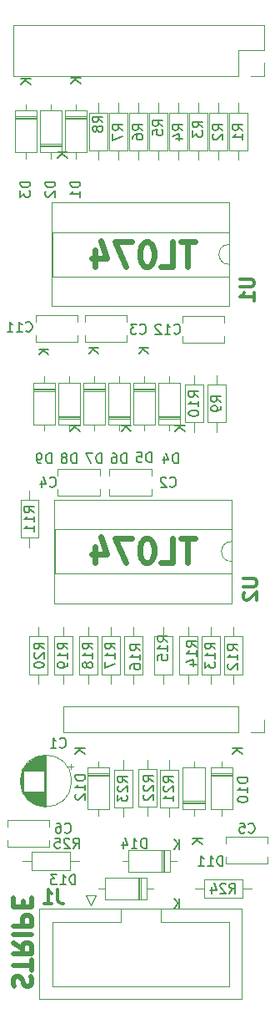
<source format=gbo>
%TF.GenerationSoftware,KiCad,Pcbnew,(6.0.1)*%
%TF.CreationDate,2022-10-31T21:26:11-04:00*%
%TF.ProjectId,ER-VCF-01-DB,45522d56-4346-42d3-9031-2d44422e6b69,rev?*%
%TF.SameCoordinates,Original*%
%TF.FileFunction,Legend,Bot*%
%TF.FilePolarity,Positive*%
%FSLAX46Y46*%
G04 Gerber Fmt 4.6, Leading zero omitted, Abs format (unit mm)*
G04 Created by KiCad (PCBNEW (6.0.1)) date 2022-10-31 21:26:11*
%MOMM*%
%LPD*%
G01*
G04 APERTURE LIST*
%ADD10C,0.625000*%
%ADD11C,0.476250*%
%ADD12C,0.150000*%
%ADD13C,0.304800*%
%ADD14C,0.330200*%
%ADD15C,0.120000*%
G04 APERTURE END LIST*
D10*
X55797620Y-55130941D02*
X54369048Y-55130941D01*
X55083334Y-57630941D02*
X55083334Y-55130941D01*
X52345239Y-57630941D02*
X53535715Y-57630941D01*
X53535715Y-55130941D01*
X51035715Y-55130941D02*
X50797620Y-55130941D01*
X50559524Y-55249989D01*
X50440477Y-55369036D01*
X50321429Y-55607131D01*
X50202381Y-56083322D01*
X50202381Y-56678560D01*
X50321429Y-57154750D01*
X50440477Y-57392846D01*
X50559524Y-57511893D01*
X50797620Y-57630941D01*
X51035715Y-57630941D01*
X51273810Y-57511893D01*
X51392858Y-57392846D01*
X51511905Y-57154750D01*
X51630953Y-56678560D01*
X51630953Y-56083322D01*
X51511905Y-55607131D01*
X51392858Y-55369036D01*
X51273810Y-55249989D01*
X51035715Y-55130941D01*
X49369048Y-55130941D02*
X47702381Y-55130941D01*
X48773810Y-57630941D01*
X45678572Y-55964274D02*
X45678572Y-57630941D01*
X46273810Y-55011893D02*
X46869048Y-56797608D01*
X45321429Y-56797608D01*
X55797619Y-85130952D02*
X54369047Y-85130952D01*
X55083333Y-87630952D02*
X55083333Y-85130952D01*
X52345238Y-87630952D02*
X53535714Y-87630952D01*
X53535714Y-85130952D01*
X51035714Y-85130952D02*
X50797619Y-85130952D01*
X50559523Y-85250000D01*
X50440476Y-85369047D01*
X50321428Y-85607142D01*
X50202380Y-86083333D01*
X50202380Y-86678571D01*
X50321428Y-87154761D01*
X50440476Y-87392857D01*
X50559523Y-87511904D01*
X50797619Y-87630952D01*
X51035714Y-87630952D01*
X51273809Y-87511904D01*
X51392857Y-87392857D01*
X51511904Y-87154761D01*
X51630952Y-86678571D01*
X51630952Y-86083333D01*
X51511904Y-85607142D01*
X51392857Y-85369047D01*
X51273809Y-85250000D01*
X51035714Y-85130952D01*
X49369047Y-85130952D02*
X47702380Y-85130952D01*
X48773809Y-87630952D01*
X45678571Y-85964285D02*
X45678571Y-87630952D01*
X46273809Y-85011904D02*
X46869047Y-86797619D01*
X45321428Y-86797619D01*
D11*
X37430528Y-130575957D02*
X37339814Y-130303814D01*
X37339814Y-129850242D01*
X37430528Y-129668814D01*
X37521242Y-129578100D01*
X37702671Y-129487385D01*
X37884100Y-129487385D01*
X38065528Y-129578100D01*
X38156242Y-129668814D01*
X38246957Y-129850242D01*
X38337671Y-130213100D01*
X38428385Y-130394528D01*
X38519100Y-130485242D01*
X38700528Y-130575957D01*
X38881957Y-130575957D01*
X39063385Y-130485242D01*
X39154100Y-130394528D01*
X39244814Y-130213100D01*
X39244814Y-129759528D01*
X39154100Y-129487385D01*
X39244814Y-128943100D02*
X39244814Y-127854528D01*
X37339814Y-128398814D02*
X39244814Y-128398814D01*
X37339814Y-126130957D02*
X38246957Y-126765957D01*
X37339814Y-127219528D02*
X39244814Y-127219528D01*
X39244814Y-126493814D01*
X39154100Y-126312385D01*
X39063385Y-126221671D01*
X38881957Y-126130957D01*
X38609814Y-126130957D01*
X38428385Y-126221671D01*
X38337671Y-126312385D01*
X38246957Y-126493814D01*
X38246957Y-127219528D01*
X37339814Y-125314528D02*
X39244814Y-125314528D01*
X37339814Y-124407385D02*
X39244814Y-124407385D01*
X39244814Y-123681671D01*
X39154100Y-123500242D01*
X39063385Y-123409528D01*
X38881957Y-123318814D01*
X38609814Y-123318814D01*
X38428385Y-123409528D01*
X38337671Y-123500242D01*
X38246957Y-123681671D01*
X38246957Y-124407385D01*
X38337671Y-122502385D02*
X38337671Y-121867385D01*
X37339814Y-121595242D02*
X37339814Y-122502385D01*
X39244814Y-122502385D01*
X39244814Y-121595242D01*
D12*
%TO.C,R25*%
X43441857Y-116530380D02*
X43775190Y-116054190D01*
X44013285Y-116530380D02*
X44013285Y-115530380D01*
X43632333Y-115530380D01*
X43537095Y-115578000D01*
X43489476Y-115625619D01*
X43441857Y-115720857D01*
X43441857Y-115863714D01*
X43489476Y-115958952D01*
X43537095Y-116006571D01*
X43632333Y-116054190D01*
X44013285Y-116054190D01*
X43060904Y-115625619D02*
X43013285Y-115578000D01*
X42918047Y-115530380D01*
X42679952Y-115530380D01*
X42584714Y-115578000D01*
X42537095Y-115625619D01*
X42489476Y-115720857D01*
X42489476Y-115816095D01*
X42537095Y-115958952D01*
X43108523Y-116530380D01*
X42489476Y-116530380D01*
X41584714Y-115530380D02*
X42060904Y-115530380D01*
X42108523Y-116006571D01*
X42060904Y-115958952D01*
X41965666Y-115911333D01*
X41727571Y-115911333D01*
X41632333Y-115958952D01*
X41584714Y-116006571D01*
X41537095Y-116101809D01*
X41537095Y-116339904D01*
X41584714Y-116435142D01*
X41632333Y-116482761D01*
X41727571Y-116530380D01*
X41965666Y-116530380D01*
X42060904Y-116482761D01*
X42108523Y-116435142D01*
%TO.C,D14*%
X50871285Y-116530380D02*
X50871285Y-115530380D01*
X50633190Y-115530380D01*
X50490333Y-115578000D01*
X50395095Y-115673238D01*
X50347476Y-115768476D01*
X50299857Y-115958952D01*
X50299857Y-116101809D01*
X50347476Y-116292285D01*
X50395095Y-116387523D01*
X50490333Y-116482761D01*
X50633190Y-116530380D01*
X50871285Y-116530380D01*
X49347476Y-116530380D02*
X49918904Y-116530380D01*
X49633190Y-116530380D02*
X49633190Y-115530380D01*
X49728428Y-115673238D01*
X49823666Y-115768476D01*
X49918904Y-115816095D01*
X48490333Y-115863714D02*
X48490333Y-116530380D01*
X48728428Y-115482761D02*
X48966523Y-116197047D01*
X48347476Y-116197047D01*
X54236904Y-116657380D02*
X54236904Y-115657380D01*
X53665476Y-116657380D02*
X54094047Y-116085952D01*
X53665476Y-115657380D02*
X54236904Y-116228809D01*
%TO.C,C6*%
X42584666Y-114911142D02*
X42632285Y-114958761D01*
X42775142Y-115006380D01*
X42870380Y-115006380D01*
X43013238Y-114958761D01*
X43108476Y-114863523D01*
X43156095Y-114768285D01*
X43203714Y-114577809D01*
X43203714Y-114434952D01*
X43156095Y-114244476D01*
X43108476Y-114149238D01*
X43013238Y-114054000D01*
X42870380Y-114006380D01*
X42775142Y-114006380D01*
X42632285Y-114054000D01*
X42584666Y-114101619D01*
X41727523Y-114006380D02*
X41918000Y-114006380D01*
X42013238Y-114054000D01*
X42060857Y-114101619D01*
X42156095Y-114244476D01*
X42203714Y-114434952D01*
X42203714Y-114815904D01*
X42156095Y-114911142D01*
X42108476Y-114958761D01*
X42013238Y-115006380D01*
X41822761Y-115006380D01*
X41727523Y-114958761D01*
X41679904Y-114911142D01*
X41632285Y-114815904D01*
X41632285Y-114577809D01*
X41679904Y-114482571D01*
X41727523Y-114434952D01*
X41822761Y-114387333D01*
X42013238Y-114387333D01*
X42108476Y-114434952D01*
X42156095Y-114482571D01*
X42203714Y-114577809D01*
%TO.C,C5*%
X61253666Y-114911142D02*
X61301285Y-114958761D01*
X61444142Y-115006380D01*
X61539380Y-115006380D01*
X61682238Y-114958761D01*
X61777476Y-114863523D01*
X61825095Y-114768285D01*
X61872714Y-114577809D01*
X61872714Y-114434952D01*
X61825095Y-114244476D01*
X61777476Y-114149238D01*
X61682238Y-114054000D01*
X61539380Y-114006380D01*
X61444142Y-114006380D01*
X61301285Y-114054000D01*
X61253666Y-114101619D01*
X60348904Y-114006380D02*
X60825095Y-114006380D01*
X60872714Y-114482571D01*
X60825095Y-114434952D01*
X60729857Y-114387333D01*
X60491761Y-114387333D01*
X60396523Y-114434952D01*
X60348904Y-114482571D01*
X60301285Y-114577809D01*
X60301285Y-114815904D01*
X60348904Y-114911142D01*
X60396523Y-114958761D01*
X60491761Y-115006380D01*
X60729857Y-115006380D01*
X60825095Y-114958761D01*
X60872714Y-114911142D01*
%TO.C,R24*%
X59316857Y-121102380D02*
X59650190Y-120626190D01*
X59888285Y-121102380D02*
X59888285Y-120102380D01*
X59507333Y-120102380D01*
X59412095Y-120150000D01*
X59364476Y-120197619D01*
X59316857Y-120292857D01*
X59316857Y-120435714D01*
X59364476Y-120530952D01*
X59412095Y-120578571D01*
X59507333Y-120626190D01*
X59888285Y-120626190D01*
X58935904Y-120197619D02*
X58888285Y-120150000D01*
X58793047Y-120102380D01*
X58554952Y-120102380D01*
X58459714Y-120150000D01*
X58412095Y-120197619D01*
X58364476Y-120292857D01*
X58364476Y-120388095D01*
X58412095Y-120530952D01*
X58983523Y-121102380D01*
X58364476Y-121102380D01*
X57507333Y-120435714D02*
X57507333Y-121102380D01*
X57745428Y-120054761D02*
X57983523Y-120769047D01*
X57364476Y-120769047D01*
%TO.C,D13*%
X43632285Y-120213380D02*
X43632285Y-119213380D01*
X43394190Y-119213380D01*
X43251333Y-119261000D01*
X43156095Y-119356238D01*
X43108476Y-119451476D01*
X43060857Y-119641952D01*
X43060857Y-119784809D01*
X43108476Y-119975285D01*
X43156095Y-120070523D01*
X43251333Y-120165761D01*
X43394190Y-120213380D01*
X43632285Y-120213380D01*
X42108476Y-120213380D02*
X42679904Y-120213380D01*
X42394190Y-120213380D02*
X42394190Y-119213380D01*
X42489428Y-119356238D01*
X42584666Y-119451476D01*
X42679904Y-119499095D01*
X41775142Y-119213380D02*
X41156095Y-119213380D01*
X41489428Y-119594333D01*
X41346571Y-119594333D01*
X41251333Y-119641952D01*
X41203714Y-119689571D01*
X41156095Y-119784809D01*
X41156095Y-120022904D01*
X41203714Y-120118142D01*
X41251333Y-120165761D01*
X41346571Y-120213380D01*
X41632285Y-120213380D01*
X41727523Y-120165761D01*
X41775142Y-120118142D01*
X54236904Y-122626380D02*
X54236904Y-121626380D01*
X53665476Y-122626380D02*
X54094047Y-122054952D01*
X53665476Y-121626380D02*
X54236904Y-122197809D01*
%TO.C,R13*%
X57856380Y-96357142D02*
X57380190Y-96023809D01*
X57856380Y-95785714D02*
X56856380Y-95785714D01*
X56856380Y-96166666D01*
X56904000Y-96261904D01*
X56951619Y-96309523D01*
X57046857Y-96357142D01*
X57189714Y-96357142D01*
X57284952Y-96309523D01*
X57332571Y-96261904D01*
X57380190Y-96166666D01*
X57380190Y-95785714D01*
X57856380Y-97309523D02*
X57856380Y-96738095D01*
X57856380Y-97023809D02*
X56856380Y-97023809D01*
X56999238Y-96928571D01*
X57094476Y-96833333D01*
X57142095Y-96738095D01*
X56856380Y-97642857D02*
X56856380Y-98261904D01*
X57237333Y-97928571D01*
X57237333Y-98071428D01*
X57284952Y-98166666D01*
X57332571Y-98214285D01*
X57427809Y-98261904D01*
X57665904Y-98261904D01*
X57761142Y-98214285D01*
X57808761Y-98166666D01*
X57856380Y-98071428D01*
X57856380Y-97785714D01*
X57808761Y-97690476D01*
X57761142Y-97642857D01*
D13*
%TO.C,J1*%
X41867666Y-120748576D02*
X41867666Y-121746433D01*
X41934190Y-121946004D01*
X42067238Y-122079052D01*
X42266809Y-122145576D01*
X42399857Y-122145576D01*
X40470666Y-122145576D02*
X41268952Y-122145576D01*
X40869809Y-122145576D02*
X40869809Y-120748576D01*
X41002857Y-120948147D01*
X41135904Y-121081195D01*
X41268952Y-121147719D01*
D12*
%TO.C,R12*%
X60142380Y-96512142D02*
X59666190Y-96178809D01*
X60142380Y-95940714D02*
X59142380Y-95940714D01*
X59142380Y-96321666D01*
X59190000Y-96416904D01*
X59237619Y-96464523D01*
X59332857Y-96512142D01*
X59475714Y-96512142D01*
X59570952Y-96464523D01*
X59618571Y-96416904D01*
X59666190Y-96321666D01*
X59666190Y-95940714D01*
X60142380Y-97464523D02*
X60142380Y-96893095D01*
X60142380Y-97178809D02*
X59142380Y-97178809D01*
X59285238Y-97083571D01*
X59380476Y-96988333D01*
X59428095Y-96893095D01*
X59237619Y-97845476D02*
X59190000Y-97893095D01*
X59142380Y-97988333D01*
X59142380Y-98226428D01*
X59190000Y-98321666D01*
X59237619Y-98369285D01*
X59332857Y-98416904D01*
X59428095Y-98416904D01*
X59570952Y-98369285D01*
X60142380Y-97797857D01*
X60142380Y-98416904D01*
%TO.C,C11*%
X38642853Y-64117151D02*
X38690472Y-64164770D01*
X38833329Y-64212389D01*
X38928567Y-64212389D01*
X39071424Y-64164770D01*
X39166662Y-64069532D01*
X39214281Y-63974294D01*
X39261900Y-63783818D01*
X39261900Y-63640961D01*
X39214281Y-63450485D01*
X39166662Y-63355247D01*
X39071424Y-63260009D01*
X38928567Y-63212389D01*
X38833329Y-63212389D01*
X38690472Y-63260009D01*
X38642853Y-63307628D01*
X37690472Y-64212389D02*
X38261900Y-64212389D01*
X37976186Y-64212389D02*
X37976186Y-63212389D01*
X38071424Y-63355247D01*
X38166662Y-63450485D01*
X38261900Y-63498104D01*
X36738091Y-64212389D02*
X37309519Y-64212389D01*
X37023805Y-64212389D02*
X37023805Y-63212389D01*
X37119043Y-63355247D01*
X37214281Y-63450485D01*
X37309519Y-63498104D01*
%TO.C,R15*%
X53030380Y-95623142D02*
X52554190Y-95289809D01*
X53030380Y-95051714D02*
X52030380Y-95051714D01*
X52030380Y-95432666D01*
X52078000Y-95527904D01*
X52125619Y-95575523D01*
X52220857Y-95623142D01*
X52363714Y-95623142D01*
X52458952Y-95575523D01*
X52506571Y-95527904D01*
X52554190Y-95432666D01*
X52554190Y-95051714D01*
X53030380Y-96575523D02*
X53030380Y-96004095D01*
X53030380Y-96289809D02*
X52030380Y-96289809D01*
X52173238Y-96194571D01*
X52268476Y-96099333D01*
X52316095Y-96004095D01*
X52030380Y-97480285D02*
X52030380Y-97004095D01*
X52506571Y-96956476D01*
X52458952Y-97004095D01*
X52411333Y-97099333D01*
X52411333Y-97337428D01*
X52458952Y-97432666D01*
X52506571Y-97480285D01*
X52601809Y-97527904D01*
X52839904Y-97527904D01*
X52935142Y-97480285D01*
X52982761Y-97432666D01*
X53030380Y-97337428D01*
X53030380Y-97099333D01*
X52982761Y-97004095D01*
X52935142Y-96956476D01*
%TO.C,D1*%
X44140380Y-49045904D02*
X43140380Y-49045904D01*
X43140380Y-49284000D01*
X43188000Y-49426857D01*
X43283238Y-49522095D01*
X43378476Y-49569714D01*
X43568952Y-49617333D01*
X43711809Y-49617333D01*
X43902285Y-49569714D01*
X43997523Y-49522095D01*
X44092761Y-49426857D01*
X44140380Y-49284000D01*
X44140380Y-49045904D01*
X44140380Y-50569714D02*
X44140380Y-49998285D01*
X44140380Y-50284000D02*
X43140380Y-50284000D01*
X43283238Y-50188761D01*
X43378476Y-50093523D01*
X43426095Y-49998285D01*
X44191180Y-38498495D02*
X43191180Y-38498495D01*
X44191180Y-39069923D02*
X43619752Y-38641352D01*
X43191180Y-39069923D02*
X43762609Y-38498495D01*
%TO.C,R11*%
X39452380Y-82547142D02*
X38976190Y-82213809D01*
X39452380Y-81975714D02*
X38452380Y-81975714D01*
X38452380Y-82356666D01*
X38500000Y-82451904D01*
X38547619Y-82499523D01*
X38642857Y-82547142D01*
X38785714Y-82547142D01*
X38880952Y-82499523D01*
X38928571Y-82451904D01*
X38976190Y-82356666D01*
X38976190Y-81975714D01*
X39452380Y-83499523D02*
X39452380Y-82928095D01*
X39452380Y-83213809D02*
X38452380Y-83213809D01*
X38595238Y-83118571D01*
X38690476Y-83023333D01*
X38738095Y-82928095D01*
X39452380Y-84451904D02*
X39452380Y-83880476D01*
X39452380Y-84166190D02*
X38452380Y-84166190D01*
X38595238Y-84070952D01*
X38690476Y-83975714D01*
X38738095Y-83880476D01*
%TO.C,R4*%
X54554380Y-43833333D02*
X54078190Y-43500000D01*
X54554380Y-43261904D02*
X53554380Y-43261904D01*
X53554380Y-43642857D01*
X53602000Y-43738095D01*
X53649619Y-43785714D01*
X53744857Y-43833333D01*
X53887714Y-43833333D01*
X53982952Y-43785714D01*
X54030571Y-43738095D01*
X54078190Y-43642857D01*
X54078190Y-43261904D01*
X53887714Y-44690476D02*
X54554380Y-44690476D01*
X53506761Y-44452380D02*
X54221047Y-44214285D01*
X54221047Y-44833333D01*
%TO.C,R21*%
X53610380Y-109857142D02*
X53134190Y-109523809D01*
X53610380Y-109285714D02*
X52610380Y-109285714D01*
X52610380Y-109666666D01*
X52658000Y-109761904D01*
X52705619Y-109809523D01*
X52800857Y-109857142D01*
X52943714Y-109857142D01*
X53038952Y-109809523D01*
X53086571Y-109761904D01*
X53134190Y-109666666D01*
X53134190Y-109285714D01*
X52705619Y-110238095D02*
X52658000Y-110285714D01*
X52610380Y-110380952D01*
X52610380Y-110619047D01*
X52658000Y-110714285D01*
X52705619Y-110761904D01*
X52800857Y-110809523D01*
X52896095Y-110809523D01*
X53038952Y-110761904D01*
X53610380Y-110190476D01*
X53610380Y-110809523D01*
X53610380Y-111761904D02*
X53610380Y-111190476D01*
X53610380Y-111476190D02*
X52610380Y-111476190D01*
X52753238Y-111380952D01*
X52848476Y-111285714D01*
X52896095Y-111190476D01*
%TO.C,R3*%
X56586380Y-43521333D02*
X56110190Y-43188000D01*
X56586380Y-42949904D02*
X55586380Y-42949904D01*
X55586380Y-43330857D01*
X55634000Y-43426095D01*
X55681619Y-43473714D01*
X55776857Y-43521333D01*
X55919714Y-43521333D01*
X56014952Y-43473714D01*
X56062571Y-43426095D01*
X56110190Y-43330857D01*
X56110190Y-42949904D01*
X55586380Y-43854666D02*
X55586380Y-44473714D01*
X55967333Y-44140380D01*
X55967333Y-44283238D01*
X56014952Y-44378476D01*
X56062571Y-44426095D01*
X56157809Y-44473714D01*
X56395904Y-44473714D01*
X56491142Y-44426095D01*
X56538761Y-44378476D01*
X56586380Y-44283238D01*
X56586380Y-43997523D01*
X56538761Y-43902285D01*
X56491142Y-43854666D01*
%TO.C,R1*%
X60650380Y-43833333D02*
X60174190Y-43500000D01*
X60650380Y-43261904D02*
X59650380Y-43261904D01*
X59650380Y-43642857D01*
X59698000Y-43738095D01*
X59745619Y-43785714D01*
X59840857Y-43833333D01*
X59983714Y-43833333D01*
X60078952Y-43785714D01*
X60126571Y-43738095D01*
X60174190Y-43642857D01*
X60174190Y-43261904D01*
X60650380Y-44785714D02*
X60650380Y-44214285D01*
X60650380Y-44500000D02*
X59650380Y-44500000D01*
X59793238Y-44404761D01*
X59888476Y-44309523D01*
X59936095Y-44214285D01*
%TO.C,D3*%
X39060380Y-49045904D02*
X38060380Y-49045904D01*
X38060380Y-49284000D01*
X38108000Y-49426857D01*
X38203238Y-49522095D01*
X38298476Y-49569714D01*
X38488952Y-49617333D01*
X38631809Y-49617333D01*
X38822285Y-49569714D01*
X38917523Y-49522095D01*
X39012761Y-49426857D01*
X39060380Y-49284000D01*
X39060380Y-49045904D01*
X38060380Y-49950666D02*
X38060380Y-50569714D01*
X38441333Y-50236380D01*
X38441333Y-50379238D01*
X38488952Y-50474476D01*
X38536571Y-50522095D01*
X38631809Y-50569714D01*
X38869904Y-50569714D01*
X38965142Y-50522095D01*
X39012761Y-50474476D01*
X39060380Y-50379238D01*
X39060380Y-50093523D01*
X39012761Y-49998285D01*
X38965142Y-49950666D01*
X39111180Y-38600095D02*
X38111180Y-38600095D01*
X39111180Y-39171523D02*
X38539752Y-38742952D01*
X38111180Y-39171523D02*
X38682609Y-38600095D01*
%TO.C,D9*%
X41212095Y-77541380D02*
X41212095Y-76541380D01*
X40974000Y-76541380D01*
X40831142Y-76589000D01*
X40735904Y-76684238D01*
X40688285Y-76779476D01*
X40640666Y-76969952D01*
X40640666Y-77112809D01*
X40688285Y-77303285D01*
X40735904Y-77398523D01*
X40831142Y-77493761D01*
X40974000Y-77541380D01*
X41212095Y-77541380D01*
X40164476Y-77541380D02*
X39974000Y-77541380D01*
X39878761Y-77493761D01*
X39831142Y-77446142D01*
X39735904Y-77303285D01*
X39688285Y-77112809D01*
X39688285Y-76731857D01*
X39735904Y-76636619D01*
X39783523Y-76589000D01*
X39878761Y-76541380D01*
X40069238Y-76541380D01*
X40164476Y-76589000D01*
X40212095Y-76636619D01*
X40259714Y-76731857D01*
X40259714Y-76969952D01*
X40212095Y-77065190D01*
X40164476Y-77112809D01*
X40069238Y-77160428D01*
X39878761Y-77160428D01*
X39783523Y-77112809D01*
X39735904Y-77065190D01*
X39688285Y-76969952D01*
X40939980Y-65981295D02*
X39939980Y-65981295D01*
X40939980Y-66552723D02*
X40368552Y-66124152D01*
X39939980Y-66552723D02*
X40511409Y-65981295D01*
%TO.C,D7*%
X46331095Y-77541380D02*
X46331095Y-76541380D01*
X46093000Y-76541380D01*
X45950142Y-76589000D01*
X45854904Y-76684238D01*
X45807285Y-76779476D01*
X45759666Y-76969952D01*
X45759666Y-77112809D01*
X45807285Y-77303285D01*
X45854904Y-77398523D01*
X45950142Y-77493761D01*
X46093000Y-77541380D01*
X46331095Y-77541380D01*
X45426333Y-76541380D02*
X44759666Y-76541380D01*
X45188238Y-77541380D01*
X46019980Y-65879695D02*
X45019980Y-65879695D01*
X46019980Y-66451123D02*
X45448552Y-66022552D01*
X45019980Y-66451123D02*
X45591409Y-65879695D01*
%TO.C,R5*%
X52522380Y-43394333D02*
X52046190Y-43061000D01*
X52522380Y-42822904D02*
X51522380Y-42822904D01*
X51522380Y-43203857D01*
X51570000Y-43299095D01*
X51617619Y-43346714D01*
X51712857Y-43394333D01*
X51855714Y-43394333D01*
X51950952Y-43346714D01*
X51998571Y-43299095D01*
X52046190Y-43203857D01*
X52046190Y-42822904D01*
X51522380Y-44299095D02*
X51522380Y-43822904D01*
X51998571Y-43775285D01*
X51950952Y-43822904D01*
X51903333Y-43918142D01*
X51903333Y-44156238D01*
X51950952Y-44251476D01*
X51998571Y-44299095D01*
X52093809Y-44346714D01*
X52331904Y-44346714D01*
X52427142Y-44299095D01*
X52474761Y-44251476D01*
X52522380Y-44156238D01*
X52522380Y-43918142D01*
X52474761Y-43822904D01*
X52427142Y-43775285D01*
%TO.C,R22*%
X51570380Y-109791142D02*
X51094190Y-109457809D01*
X51570380Y-109219714D02*
X50570380Y-109219714D01*
X50570380Y-109600666D01*
X50618000Y-109695904D01*
X50665619Y-109743523D01*
X50760857Y-109791142D01*
X50903714Y-109791142D01*
X50998952Y-109743523D01*
X51046571Y-109695904D01*
X51094190Y-109600666D01*
X51094190Y-109219714D01*
X50665619Y-110172095D02*
X50618000Y-110219714D01*
X50570380Y-110314952D01*
X50570380Y-110553047D01*
X50618000Y-110648285D01*
X50665619Y-110695904D01*
X50760857Y-110743523D01*
X50856095Y-110743523D01*
X50998952Y-110695904D01*
X51570380Y-110124476D01*
X51570380Y-110743523D01*
X50665619Y-111124476D02*
X50618000Y-111172095D01*
X50570380Y-111267333D01*
X50570380Y-111505428D01*
X50618000Y-111600666D01*
X50665619Y-111648285D01*
X50760857Y-111695904D01*
X50856095Y-111695904D01*
X50998952Y-111648285D01*
X51570380Y-111076857D01*
X51570380Y-111695904D01*
%TO.C,C12*%
X53688867Y-64365142D02*
X53736486Y-64412761D01*
X53879343Y-64460380D01*
X53974581Y-64460380D01*
X54117438Y-64412761D01*
X54212676Y-64317523D01*
X54260295Y-64222285D01*
X54307914Y-64031809D01*
X54307914Y-63888952D01*
X54260295Y-63698476D01*
X54212676Y-63603238D01*
X54117438Y-63508000D01*
X53974581Y-63460380D01*
X53879343Y-63460380D01*
X53736486Y-63508000D01*
X53688867Y-63555619D01*
X52736486Y-64460380D02*
X53307914Y-64460380D01*
X53022200Y-64460380D02*
X53022200Y-63460380D01*
X53117438Y-63603238D01*
X53212676Y-63698476D01*
X53307914Y-63746095D01*
X52355533Y-63555619D02*
X52307914Y-63508000D01*
X52212676Y-63460380D01*
X51974581Y-63460380D01*
X51879343Y-63508000D01*
X51831724Y-63555619D01*
X51784105Y-63650857D01*
X51784105Y-63746095D01*
X51831724Y-63888952D01*
X52403152Y-64460380D01*
X51784105Y-64460380D01*
%TO.C,R14*%
X55951380Y-96131142D02*
X55475190Y-95797809D01*
X55951380Y-95559714D02*
X54951380Y-95559714D01*
X54951380Y-95940666D01*
X54999000Y-96035904D01*
X55046619Y-96083523D01*
X55141857Y-96131142D01*
X55284714Y-96131142D01*
X55379952Y-96083523D01*
X55427571Y-96035904D01*
X55475190Y-95940666D01*
X55475190Y-95559714D01*
X55951380Y-97083523D02*
X55951380Y-96512095D01*
X55951380Y-96797809D02*
X54951380Y-96797809D01*
X55094238Y-96702571D01*
X55189476Y-96607333D01*
X55237095Y-96512095D01*
X55284714Y-97940666D02*
X55951380Y-97940666D01*
X54903761Y-97702571D02*
X55618047Y-97464476D01*
X55618047Y-98083523D01*
%TO.C,D10*%
X61158380Y-109402714D02*
X60158380Y-109402714D01*
X60158380Y-109640809D01*
X60206000Y-109783666D01*
X60301238Y-109878904D01*
X60396476Y-109926523D01*
X60586952Y-109974142D01*
X60729809Y-109974142D01*
X60920285Y-109926523D01*
X61015523Y-109878904D01*
X61110761Y-109783666D01*
X61158380Y-109640809D01*
X61158380Y-109402714D01*
X61158380Y-110926523D02*
X61158380Y-110355095D01*
X61158380Y-110640809D02*
X60158380Y-110640809D01*
X60301238Y-110545571D01*
X60396476Y-110450333D01*
X60444095Y-110355095D01*
X60158380Y-111545571D02*
X60158380Y-111640809D01*
X60206000Y-111736047D01*
X60253619Y-111783666D01*
X60348857Y-111831285D01*
X60539333Y-111878904D01*
X60777428Y-111878904D01*
X60967904Y-111831285D01*
X61063142Y-111783666D01*
X61110761Y-111736047D01*
X61158380Y-111640809D01*
X61158380Y-111545571D01*
X61110761Y-111450333D01*
X61063142Y-111402714D01*
X60967904Y-111355095D01*
X60777428Y-111307476D01*
X60539333Y-111307476D01*
X60348857Y-111355095D01*
X60253619Y-111402714D01*
X60206000Y-111450333D01*
X60158380Y-111545571D01*
X60650380Y-106418095D02*
X59650380Y-106418095D01*
X60650380Y-106989523D02*
X60078952Y-106560952D01*
X59650380Y-106989523D02*
X60221809Y-106418095D01*
%TO.C,R18*%
X45410380Y-96357142D02*
X44934190Y-96023809D01*
X45410380Y-95785714D02*
X44410380Y-95785714D01*
X44410380Y-96166666D01*
X44458000Y-96261904D01*
X44505619Y-96309523D01*
X44600857Y-96357142D01*
X44743714Y-96357142D01*
X44838952Y-96309523D01*
X44886571Y-96261904D01*
X44934190Y-96166666D01*
X44934190Y-95785714D01*
X45410380Y-97309523D02*
X45410380Y-96738095D01*
X45410380Y-97023809D02*
X44410380Y-97023809D01*
X44553238Y-96928571D01*
X44648476Y-96833333D01*
X44696095Y-96738095D01*
X44838952Y-97880952D02*
X44791333Y-97785714D01*
X44743714Y-97738095D01*
X44648476Y-97690476D01*
X44600857Y-97690476D01*
X44505619Y-97738095D01*
X44458000Y-97785714D01*
X44410380Y-97880952D01*
X44410380Y-98071428D01*
X44458000Y-98166666D01*
X44505619Y-98214285D01*
X44600857Y-98261904D01*
X44648476Y-98261904D01*
X44743714Y-98214285D01*
X44791333Y-98166666D01*
X44838952Y-98071428D01*
X44838952Y-97880952D01*
X44886571Y-97785714D01*
X44934190Y-97738095D01*
X45029428Y-97690476D01*
X45219904Y-97690476D01*
X45315142Y-97738095D01*
X45362761Y-97785714D01*
X45410380Y-97880952D01*
X45410380Y-98071428D01*
X45362761Y-98166666D01*
X45315142Y-98214285D01*
X45219904Y-98261904D01*
X45029428Y-98261904D01*
X44934190Y-98214285D01*
X44886571Y-98166666D01*
X44838952Y-98071428D01*
%TO.C,D8*%
X43752095Y-77541380D02*
X43752095Y-76541380D01*
X43514000Y-76541380D01*
X43371142Y-76589000D01*
X43275904Y-76684238D01*
X43228285Y-76779476D01*
X43180666Y-76969952D01*
X43180666Y-77112809D01*
X43228285Y-77303285D01*
X43275904Y-77398523D01*
X43371142Y-77493761D01*
X43514000Y-77541380D01*
X43752095Y-77541380D01*
X42609238Y-76969952D02*
X42704476Y-76922333D01*
X42752095Y-76874714D01*
X42799714Y-76779476D01*
X42799714Y-76731857D01*
X42752095Y-76636619D01*
X42704476Y-76589000D01*
X42609238Y-76541380D01*
X42418761Y-76541380D01*
X42323523Y-76589000D01*
X42275904Y-76636619D01*
X42228285Y-76731857D01*
X42228285Y-76779476D01*
X42275904Y-76874714D01*
X42323523Y-76922333D01*
X42418761Y-76969952D01*
X42609238Y-76969952D01*
X42704476Y-77017571D01*
X42752095Y-77065190D01*
X42799714Y-77160428D01*
X42799714Y-77350904D01*
X42752095Y-77446142D01*
X42704476Y-77493761D01*
X42609238Y-77541380D01*
X42418761Y-77541380D01*
X42323523Y-77493761D01*
X42275904Y-77446142D01*
X42228285Y-77350904D01*
X42228285Y-77160428D01*
X42275904Y-77065190D01*
X42323523Y-77017571D01*
X42418761Y-76969952D01*
X44140380Y-73702895D02*
X43140380Y-73702895D01*
X44140380Y-74274323D02*
X43568952Y-73845752D01*
X43140380Y-74274323D02*
X43711809Y-73702895D01*
%TO.C,D11*%
X58618285Y-118308380D02*
X58618285Y-117308380D01*
X58380190Y-117308380D01*
X58237333Y-117356000D01*
X58142095Y-117451238D01*
X58094476Y-117546476D01*
X58046857Y-117736952D01*
X58046857Y-117879809D01*
X58094476Y-118070285D01*
X58142095Y-118165523D01*
X58237333Y-118260761D01*
X58380190Y-118308380D01*
X58618285Y-118308380D01*
X57094476Y-118308380D02*
X57665904Y-118308380D01*
X57380190Y-118308380D02*
X57380190Y-117308380D01*
X57475428Y-117451238D01*
X57570666Y-117546476D01*
X57665904Y-117594095D01*
X56142095Y-118308380D02*
X56713523Y-118308380D01*
X56427809Y-118308380D02*
X56427809Y-117308380D01*
X56523047Y-117451238D01*
X56618285Y-117546476D01*
X56713523Y-117594095D01*
X56586380Y-115562095D02*
X55586380Y-115562095D01*
X56586380Y-116133523D02*
X56014952Y-115704952D01*
X55586380Y-116133523D02*
X56157809Y-115562095D01*
%TO.C,R6*%
X50490380Y-43833333D02*
X50014190Y-43500000D01*
X50490380Y-43261904D02*
X49490380Y-43261904D01*
X49490380Y-43642857D01*
X49538000Y-43738095D01*
X49585619Y-43785714D01*
X49680857Y-43833333D01*
X49823714Y-43833333D01*
X49918952Y-43785714D01*
X49966571Y-43738095D01*
X50014190Y-43642857D01*
X50014190Y-43261904D01*
X49490380Y-44690476D02*
X49490380Y-44500000D01*
X49538000Y-44404761D01*
X49585619Y-44357142D01*
X49728476Y-44261904D01*
X49918952Y-44214285D01*
X50299904Y-44214285D01*
X50395142Y-44261904D01*
X50442761Y-44309523D01*
X50490380Y-44404761D01*
X50490380Y-44595238D01*
X50442761Y-44690476D01*
X50395142Y-44738095D01*
X50299904Y-44785714D01*
X50061809Y-44785714D01*
X49966571Y-44738095D01*
X49918952Y-44690476D01*
X49871333Y-44595238D01*
X49871333Y-44404761D01*
X49918952Y-44309523D01*
X49966571Y-44261904D01*
X50061809Y-44214285D01*
%TO.C,C4*%
X41060667Y-79857135D02*
X41108286Y-79904754D01*
X41251143Y-79952373D01*
X41346381Y-79952373D01*
X41489239Y-79904754D01*
X41584477Y-79809516D01*
X41632096Y-79714278D01*
X41679715Y-79523802D01*
X41679715Y-79380945D01*
X41632096Y-79190469D01*
X41584477Y-79095231D01*
X41489239Y-78999993D01*
X41346381Y-78952373D01*
X41251143Y-78952373D01*
X41108286Y-78999993D01*
X41060667Y-79047612D01*
X40203524Y-79285707D02*
X40203524Y-79952373D01*
X40441620Y-78904754D02*
X40679715Y-79619040D01*
X40060667Y-79619040D01*
%TO.C,R7*%
X48458380Y-43833333D02*
X47982190Y-43500000D01*
X48458380Y-43261904D02*
X47458380Y-43261904D01*
X47458380Y-43642857D01*
X47506000Y-43738095D01*
X47553619Y-43785714D01*
X47648857Y-43833333D01*
X47791714Y-43833333D01*
X47886952Y-43785714D01*
X47934571Y-43738095D01*
X47982190Y-43642857D01*
X47982190Y-43261904D01*
X47458380Y-44166666D02*
X47458380Y-44833333D01*
X48458380Y-44404761D01*
%TO.C,C3*%
X50204666Y-64365151D02*
X50252285Y-64412770D01*
X50395142Y-64460389D01*
X50490380Y-64460389D01*
X50633238Y-64412770D01*
X50728476Y-64317532D01*
X50776095Y-64222294D01*
X50823714Y-64031818D01*
X50823714Y-63888961D01*
X50776095Y-63698485D01*
X50728476Y-63603247D01*
X50633238Y-63508009D01*
X50490380Y-63460389D01*
X50395142Y-63460389D01*
X50252285Y-63508009D01*
X50204666Y-63555628D01*
X49871333Y-63460389D02*
X49252285Y-63460389D01*
X49585619Y-63841342D01*
X49442761Y-63841342D01*
X49347523Y-63888961D01*
X49299904Y-63936580D01*
X49252285Y-64031818D01*
X49252285Y-64269913D01*
X49299904Y-64365151D01*
X49347523Y-64412770D01*
X49442761Y-64460389D01*
X49728476Y-64460389D01*
X49823714Y-64412770D01*
X49871333Y-64365151D01*
%TO.C,C1*%
X42076666Y-106275142D02*
X42124285Y-106322761D01*
X42267142Y-106370380D01*
X42362380Y-106370380D01*
X42505238Y-106322761D01*
X42600476Y-106227523D01*
X42648095Y-106132285D01*
X42695714Y-105941809D01*
X42695714Y-105798952D01*
X42648095Y-105608476D01*
X42600476Y-105513238D01*
X42505238Y-105418000D01*
X42362380Y-105370380D01*
X42267142Y-105370380D01*
X42124285Y-105418000D01*
X42076666Y-105465619D01*
X41124285Y-106370380D02*
X41695714Y-106370380D01*
X41410000Y-106370380D02*
X41410000Y-105370380D01*
X41505238Y-105513238D01*
X41600476Y-105608476D01*
X41695714Y-105656095D01*
%TO.C,R19*%
X42870380Y-96357142D02*
X42394190Y-96023809D01*
X42870380Y-95785714D02*
X41870380Y-95785714D01*
X41870380Y-96166666D01*
X41918000Y-96261904D01*
X41965619Y-96309523D01*
X42060857Y-96357142D01*
X42203714Y-96357142D01*
X42298952Y-96309523D01*
X42346571Y-96261904D01*
X42394190Y-96166666D01*
X42394190Y-95785714D01*
X42870380Y-97309523D02*
X42870380Y-96738095D01*
X42870380Y-97023809D02*
X41870380Y-97023809D01*
X42013238Y-96928571D01*
X42108476Y-96833333D01*
X42156095Y-96738095D01*
X42870380Y-97785714D02*
X42870380Y-97976190D01*
X42822761Y-98071428D01*
X42775142Y-98119047D01*
X42632285Y-98214285D01*
X42441809Y-98261904D01*
X42060857Y-98261904D01*
X41965619Y-98214285D01*
X41918000Y-98166666D01*
X41870380Y-98071428D01*
X41870380Y-97880952D01*
X41918000Y-97785714D01*
X41965619Y-97738095D01*
X42060857Y-97690476D01*
X42298952Y-97690476D01*
X42394190Y-97738095D01*
X42441809Y-97785714D01*
X42489428Y-97880952D01*
X42489428Y-98071428D01*
X42441809Y-98166666D01*
X42394190Y-98214285D01*
X42298952Y-98261904D01*
%TO.C,R16*%
X50236380Y-96512142D02*
X49760190Y-96178809D01*
X50236380Y-95940714D02*
X49236380Y-95940714D01*
X49236380Y-96321666D01*
X49284000Y-96416904D01*
X49331619Y-96464523D01*
X49426857Y-96512142D01*
X49569714Y-96512142D01*
X49664952Y-96464523D01*
X49712571Y-96416904D01*
X49760190Y-96321666D01*
X49760190Y-95940714D01*
X50236380Y-97464523D02*
X50236380Y-96893095D01*
X50236380Y-97178809D02*
X49236380Y-97178809D01*
X49379238Y-97083571D01*
X49474476Y-96988333D01*
X49522095Y-96893095D01*
X49236380Y-98321666D02*
X49236380Y-98131190D01*
X49284000Y-98035952D01*
X49331619Y-97988333D01*
X49474476Y-97893095D01*
X49664952Y-97845476D01*
X50045904Y-97845476D01*
X50141142Y-97893095D01*
X50188761Y-97940714D01*
X50236380Y-98035952D01*
X50236380Y-98226428D01*
X50188761Y-98321666D01*
X50141142Y-98369285D01*
X50045904Y-98416904D01*
X49807809Y-98416904D01*
X49712571Y-98369285D01*
X49664952Y-98321666D01*
X49617333Y-98226428D01*
X49617333Y-98035952D01*
X49664952Y-97940714D01*
X49712571Y-97893095D01*
X49807809Y-97845476D01*
%TO.C,D5*%
X51372095Y-77452380D02*
X51372095Y-76452380D01*
X51134000Y-76452380D01*
X50991142Y-76500000D01*
X50895904Y-76595238D01*
X50848285Y-76690476D01*
X50800666Y-76880952D01*
X50800666Y-77023809D01*
X50848285Y-77214285D01*
X50895904Y-77309523D01*
X50991142Y-77404761D01*
X51134000Y-77452380D01*
X51372095Y-77452380D01*
X49895904Y-76452380D02*
X50372095Y-76452380D01*
X50419714Y-76928571D01*
X50372095Y-76880952D01*
X50276857Y-76833333D01*
X50038761Y-76833333D01*
X49943523Y-76880952D01*
X49895904Y-76928571D01*
X49848285Y-77023809D01*
X49848285Y-77261904D01*
X49895904Y-77357142D01*
X49943523Y-77404761D01*
X50038761Y-77452380D01*
X50276857Y-77452380D01*
X50372095Y-77404761D01*
X50419714Y-77357142D01*
X51099980Y-65879695D02*
X50099980Y-65879695D01*
X51099980Y-66451123D02*
X50528552Y-66022552D01*
X50099980Y-66451123D02*
X50671409Y-65879695D01*
%TO.C,R9*%
X58452380Y-71333333D02*
X57976190Y-71000000D01*
X58452380Y-70761904D02*
X57452380Y-70761904D01*
X57452380Y-71142857D01*
X57500000Y-71238095D01*
X57547619Y-71285714D01*
X57642857Y-71333333D01*
X57785714Y-71333333D01*
X57880952Y-71285714D01*
X57928571Y-71238095D01*
X57976190Y-71142857D01*
X57976190Y-70761904D01*
X58452380Y-71809523D02*
X58452380Y-72000000D01*
X58404761Y-72095238D01*
X58357142Y-72142857D01*
X58214285Y-72238095D01*
X58023809Y-72285714D01*
X57642857Y-72285714D01*
X57547619Y-72238095D01*
X57500000Y-72190476D01*
X57452380Y-72095238D01*
X57452380Y-71904761D01*
X57500000Y-71809523D01*
X57547619Y-71761904D01*
X57642857Y-71714285D01*
X57880952Y-71714285D01*
X57976190Y-71761904D01*
X58023809Y-71809523D01*
X58071428Y-71904761D01*
X58071428Y-72095238D01*
X58023809Y-72190476D01*
X57976190Y-72238095D01*
X57880952Y-72285714D01*
%TO.C,R10*%
X56166380Y-70857142D02*
X55690190Y-70523809D01*
X56166380Y-70285714D02*
X55166380Y-70285714D01*
X55166380Y-70666666D01*
X55214000Y-70761904D01*
X55261619Y-70809523D01*
X55356857Y-70857142D01*
X55499714Y-70857142D01*
X55594952Y-70809523D01*
X55642571Y-70761904D01*
X55690190Y-70666666D01*
X55690190Y-70285714D01*
X56166380Y-71809523D02*
X56166380Y-71238095D01*
X56166380Y-71523809D02*
X55166380Y-71523809D01*
X55309238Y-71428571D01*
X55404476Y-71333333D01*
X55452095Y-71238095D01*
X55166380Y-72428571D02*
X55166380Y-72523809D01*
X55214000Y-72619047D01*
X55261619Y-72666666D01*
X55356857Y-72714285D01*
X55547333Y-72761904D01*
X55785428Y-72761904D01*
X55975904Y-72714285D01*
X56071142Y-72666666D01*
X56118761Y-72619047D01*
X56166380Y-72523809D01*
X56166380Y-72428571D01*
X56118761Y-72333333D01*
X56071142Y-72285714D01*
X55975904Y-72238095D01*
X55785428Y-72190476D01*
X55547333Y-72190476D01*
X55356857Y-72238095D01*
X55261619Y-72285714D01*
X55214000Y-72333333D01*
X55166380Y-72428571D01*
%TO.C,D6*%
X48832095Y-77541380D02*
X48832095Y-76541380D01*
X48594000Y-76541380D01*
X48451142Y-76589000D01*
X48355904Y-76684238D01*
X48308285Y-76779476D01*
X48260666Y-76969952D01*
X48260666Y-77112809D01*
X48308285Y-77303285D01*
X48355904Y-77398523D01*
X48451142Y-77493761D01*
X48594000Y-77541380D01*
X48832095Y-77541380D01*
X47403523Y-76541380D02*
X47594000Y-76541380D01*
X47689238Y-76589000D01*
X47736857Y-76636619D01*
X47832095Y-76779476D01*
X47879714Y-76969952D01*
X47879714Y-77350904D01*
X47832095Y-77446142D01*
X47784476Y-77493761D01*
X47689238Y-77541380D01*
X47498761Y-77541380D01*
X47403523Y-77493761D01*
X47355904Y-77446142D01*
X47308285Y-77350904D01*
X47308285Y-77112809D01*
X47355904Y-77017571D01*
X47403523Y-76969952D01*
X47498761Y-76922333D01*
X47689238Y-76922333D01*
X47784476Y-76969952D01*
X47832095Y-77017571D01*
X47879714Y-77112809D01*
X49321980Y-73702895D02*
X48321980Y-73702895D01*
X49321980Y-74274323D02*
X48750552Y-73845752D01*
X48321980Y-74274323D02*
X48893409Y-73702895D01*
D14*
%TO.C,U1*%
X60405978Y-58889619D02*
X61536882Y-58889619D01*
X61669930Y-58956142D01*
X61736454Y-59022666D01*
X61802978Y-59155714D01*
X61802978Y-59421809D01*
X61736454Y-59554857D01*
X61669930Y-59621380D01*
X61536882Y-59687904D01*
X60405978Y-59687904D01*
X61802978Y-61084904D02*
X61802978Y-60286619D01*
X61802978Y-60685761D02*
X60405978Y-60685761D01*
X60605549Y-60552714D01*
X60738597Y-60419666D01*
X60805121Y-60286619D01*
D12*
%TO.C,R20*%
X40457380Y-96357142D02*
X39981190Y-96023809D01*
X40457380Y-95785714D02*
X39457380Y-95785714D01*
X39457380Y-96166666D01*
X39505000Y-96261904D01*
X39552619Y-96309523D01*
X39647857Y-96357142D01*
X39790714Y-96357142D01*
X39885952Y-96309523D01*
X39933571Y-96261904D01*
X39981190Y-96166666D01*
X39981190Y-95785714D01*
X39552619Y-96738095D02*
X39505000Y-96785714D01*
X39457380Y-96880952D01*
X39457380Y-97119047D01*
X39505000Y-97214285D01*
X39552619Y-97261904D01*
X39647857Y-97309523D01*
X39743095Y-97309523D01*
X39885952Y-97261904D01*
X40457380Y-96690476D01*
X40457380Y-97309523D01*
X39457380Y-97928571D02*
X39457380Y-98023809D01*
X39505000Y-98119047D01*
X39552619Y-98166666D01*
X39647857Y-98214285D01*
X39838333Y-98261904D01*
X40076428Y-98261904D01*
X40266904Y-98214285D01*
X40362142Y-98166666D01*
X40409761Y-98119047D01*
X40457380Y-98023809D01*
X40457380Y-97928571D01*
X40409761Y-97833333D01*
X40362142Y-97785714D01*
X40266904Y-97738095D01*
X40076428Y-97690476D01*
X39838333Y-97690476D01*
X39647857Y-97738095D01*
X39552619Y-97785714D01*
X39505000Y-97833333D01*
X39457380Y-97928571D01*
%TO.C,R2*%
X58618380Y-43833333D02*
X58142190Y-43500000D01*
X58618380Y-43261904D02*
X57618380Y-43261904D01*
X57618380Y-43642857D01*
X57666000Y-43738095D01*
X57713619Y-43785714D01*
X57808857Y-43833333D01*
X57951714Y-43833333D01*
X58046952Y-43785714D01*
X58094571Y-43738095D01*
X58142190Y-43642857D01*
X58142190Y-43261904D01*
X57713619Y-44214285D02*
X57666000Y-44261904D01*
X57618380Y-44357142D01*
X57618380Y-44595238D01*
X57666000Y-44690476D01*
X57713619Y-44738095D01*
X57808857Y-44785714D01*
X57904095Y-44785714D01*
X58046952Y-44738095D01*
X58618380Y-44166666D01*
X58618380Y-44785714D01*
%TO.C,D12*%
X44648380Y-109148714D02*
X43648380Y-109148714D01*
X43648380Y-109386809D01*
X43696000Y-109529666D01*
X43791238Y-109624904D01*
X43886476Y-109672523D01*
X44076952Y-109720142D01*
X44219809Y-109720142D01*
X44410285Y-109672523D01*
X44505523Y-109624904D01*
X44600761Y-109529666D01*
X44648380Y-109386809D01*
X44648380Y-109148714D01*
X44648380Y-110672523D02*
X44648380Y-110101095D01*
X44648380Y-110386809D02*
X43648380Y-110386809D01*
X43791238Y-110291571D01*
X43886476Y-110196333D01*
X43934095Y-110101095D01*
X43743619Y-111053476D02*
X43696000Y-111101095D01*
X43648380Y-111196333D01*
X43648380Y-111434428D01*
X43696000Y-111529666D01*
X43743619Y-111577285D01*
X43838857Y-111624904D01*
X43934095Y-111624904D01*
X44076952Y-111577285D01*
X44648380Y-111005857D01*
X44648380Y-111624904D01*
X44648380Y-106418095D02*
X43648380Y-106418095D01*
X44648380Y-106989523D02*
X44076952Y-106560952D01*
X43648380Y-106989523D02*
X44219809Y-106418095D01*
%TO.C,R8*%
X46426380Y-43013333D02*
X45950190Y-42680000D01*
X46426380Y-42441904D02*
X45426380Y-42441904D01*
X45426380Y-42822857D01*
X45474000Y-42918095D01*
X45521619Y-42965714D01*
X45616857Y-43013333D01*
X45759714Y-43013333D01*
X45854952Y-42965714D01*
X45902571Y-42918095D01*
X45950190Y-42822857D01*
X45950190Y-42441904D01*
X45854952Y-43584761D02*
X45807333Y-43489523D01*
X45759714Y-43441904D01*
X45664476Y-43394285D01*
X45616857Y-43394285D01*
X45521619Y-43441904D01*
X45474000Y-43489523D01*
X45426380Y-43584761D01*
X45426380Y-43775238D01*
X45474000Y-43870476D01*
X45521619Y-43918095D01*
X45616857Y-43965714D01*
X45664476Y-43965714D01*
X45759714Y-43918095D01*
X45807333Y-43870476D01*
X45854952Y-43775238D01*
X45854952Y-43584761D01*
X45902571Y-43489523D01*
X45950190Y-43441904D01*
X46045428Y-43394285D01*
X46235904Y-43394285D01*
X46331142Y-43441904D01*
X46378761Y-43489523D01*
X46426380Y-43584761D01*
X46426380Y-43775238D01*
X46378761Y-43870476D01*
X46331142Y-43918095D01*
X46235904Y-43965714D01*
X46045428Y-43965714D01*
X45950190Y-43918095D01*
X45902571Y-43870476D01*
X45854952Y-43775238D01*
%TO.C,C2*%
X53252664Y-79857135D02*
X53300283Y-79904754D01*
X53443140Y-79952373D01*
X53538378Y-79952373D01*
X53681236Y-79904754D01*
X53776474Y-79809516D01*
X53824093Y-79714278D01*
X53871712Y-79523802D01*
X53871712Y-79380945D01*
X53824093Y-79190469D01*
X53776474Y-79095231D01*
X53681236Y-78999993D01*
X53538378Y-78952373D01*
X53443140Y-78952373D01*
X53300283Y-78999993D01*
X53252664Y-79047612D01*
X52871712Y-79047612D02*
X52824093Y-78999993D01*
X52728855Y-78952373D01*
X52490759Y-78952373D01*
X52395521Y-78999993D01*
X52347902Y-79047612D01*
X52300283Y-79142850D01*
X52300283Y-79238088D01*
X52347902Y-79380945D01*
X52919331Y-79952373D01*
X52300283Y-79952373D01*
%TO.C,R23*%
X48952380Y-109857142D02*
X48476190Y-109523809D01*
X48952380Y-109285714D02*
X47952380Y-109285714D01*
X47952380Y-109666666D01*
X48000000Y-109761904D01*
X48047619Y-109809523D01*
X48142857Y-109857142D01*
X48285714Y-109857142D01*
X48380952Y-109809523D01*
X48428571Y-109761904D01*
X48476190Y-109666666D01*
X48476190Y-109285714D01*
X48047619Y-110238095D02*
X48000000Y-110285714D01*
X47952380Y-110380952D01*
X47952380Y-110619047D01*
X48000000Y-110714285D01*
X48047619Y-110761904D01*
X48142857Y-110809523D01*
X48238095Y-110809523D01*
X48380952Y-110761904D01*
X48952380Y-110190476D01*
X48952380Y-110809523D01*
X47952380Y-111142857D02*
X47952380Y-111761904D01*
X48333333Y-111428571D01*
X48333333Y-111571428D01*
X48380952Y-111666666D01*
X48428571Y-111714285D01*
X48523809Y-111761904D01*
X48761904Y-111761904D01*
X48857142Y-111714285D01*
X48904761Y-111666666D01*
X48952380Y-111571428D01*
X48952380Y-111285714D01*
X48904761Y-111190476D01*
X48857142Y-111142857D01*
%TO.C,D4*%
X54078095Y-77540380D02*
X54078095Y-76540380D01*
X53840000Y-76540380D01*
X53697142Y-76588000D01*
X53601904Y-76683238D01*
X53554285Y-76778476D01*
X53506666Y-76968952D01*
X53506666Y-77111809D01*
X53554285Y-77302285D01*
X53601904Y-77397523D01*
X53697142Y-77492761D01*
X53840000Y-77540380D01*
X54078095Y-77540380D01*
X52649523Y-76873714D02*
X52649523Y-77540380D01*
X52887619Y-76492761D02*
X53125714Y-77207047D01*
X52506666Y-77207047D01*
X54757580Y-73753695D02*
X53757580Y-73753695D01*
X54757580Y-74325123D02*
X54186152Y-73896552D01*
X53757580Y-74325123D02*
X54329009Y-73753695D01*
%TO.C,D2*%
X41600380Y-49045904D02*
X40600380Y-49045904D01*
X40600380Y-49284000D01*
X40648000Y-49426857D01*
X40743238Y-49522095D01*
X40838476Y-49569714D01*
X41028952Y-49617333D01*
X41171809Y-49617333D01*
X41362285Y-49569714D01*
X41457523Y-49522095D01*
X41552761Y-49426857D01*
X41600380Y-49284000D01*
X41600380Y-49045904D01*
X40695619Y-49998285D02*
X40648000Y-50045904D01*
X40600380Y-50141142D01*
X40600380Y-50379238D01*
X40648000Y-50474476D01*
X40695619Y-50522095D01*
X40790857Y-50569714D01*
X40886095Y-50569714D01*
X41028952Y-50522095D01*
X41600380Y-49950666D01*
X41600380Y-50569714D01*
X42870380Y-46067695D02*
X41870380Y-46067695D01*
X42870380Y-46639123D02*
X42298952Y-46210552D01*
X41870380Y-46639123D02*
X42441809Y-46067695D01*
%TO.C,R17*%
X47696380Y-96357142D02*
X47220190Y-96023809D01*
X47696380Y-95785714D02*
X46696380Y-95785714D01*
X46696380Y-96166666D01*
X46744000Y-96261904D01*
X46791619Y-96309523D01*
X46886857Y-96357142D01*
X47029714Y-96357142D01*
X47124952Y-96309523D01*
X47172571Y-96261904D01*
X47220190Y-96166666D01*
X47220190Y-95785714D01*
X47696380Y-97309523D02*
X47696380Y-96738095D01*
X47696380Y-97023809D02*
X46696380Y-97023809D01*
X46839238Y-96928571D01*
X46934476Y-96833333D01*
X46982095Y-96738095D01*
X46696380Y-97642857D02*
X46696380Y-98309523D01*
X47696380Y-97880952D01*
D13*
%TO.C,U2*%
X60697976Y-89245621D02*
X61828880Y-89245621D01*
X61961928Y-89312144D01*
X62028452Y-89378668D01*
X62094976Y-89511716D01*
X62094976Y-89777811D01*
X62028452Y-89910859D01*
X61961928Y-89977382D01*
X61828880Y-90043906D01*
X60697976Y-90043906D01*
X60831023Y-90642621D02*
X60764500Y-90709144D01*
X60697976Y-90842192D01*
X60697976Y-91174811D01*
X60764500Y-91307859D01*
X60831023Y-91374382D01*
X60964071Y-91440906D01*
X61097119Y-91440906D01*
X61296690Y-91374382D01*
X62094976Y-90576097D01*
X62094976Y-91440906D01*
D15*
%TO.C,R25*%
X39228000Y-118776000D02*
X39228000Y-116936000D01*
X39228000Y-116936000D02*
X43068000Y-116936000D01*
X43068000Y-118776000D02*
X39228000Y-118776000D01*
X38278000Y-117856000D02*
X39228000Y-117856000D01*
X43068000Y-116936000D02*
X43068000Y-118776000D01*
X44018000Y-117856000D02*
X43068000Y-117856000D01*
%TO.C,D14*%
X49061000Y-116736000D02*
X53301000Y-116736000D01*
X52581000Y-116736000D02*
X52581000Y-118976000D01*
X52701000Y-116736000D02*
X52701000Y-118976000D01*
X49061000Y-118976000D02*
X49061000Y-116736000D01*
X52461000Y-116736000D02*
X52461000Y-118976000D01*
X53951000Y-117856000D02*
X53301000Y-117856000D01*
X53301000Y-116736000D02*
X53301000Y-118976000D01*
X53301000Y-118976000D02*
X49061000Y-118976000D01*
X48411000Y-117856000D02*
X49061000Y-117856000D01*
%TO.C,C6*%
X40982000Y-113692000D02*
X40982000Y-114397000D01*
X40982000Y-116432000D02*
X36742000Y-116432000D01*
X40982000Y-113692000D02*
X36742000Y-113692000D01*
X36742000Y-115727000D02*
X36742000Y-116432000D01*
X40982000Y-115727000D02*
X40982000Y-116432000D01*
X36742000Y-113692000D02*
X36742000Y-114397000D01*
%TO.C,C5*%
X63207000Y-115343000D02*
X63207000Y-116048000D01*
X63207000Y-118083000D02*
X58967000Y-118083000D01*
X63207000Y-115343000D02*
X58967000Y-115343000D01*
X58967000Y-117378000D02*
X58967000Y-118083000D01*
X63207000Y-117378000D02*
X63207000Y-118083000D01*
X58967000Y-115343000D02*
X58967000Y-116048000D01*
%TO.C,R24*%
X60594000Y-119730000D02*
X60594000Y-121570000D01*
X60594000Y-121570000D02*
X56754000Y-121570000D01*
X56754000Y-119730000D02*
X60594000Y-119730000D01*
X61544000Y-120650000D02*
X60594000Y-120650000D01*
X56754000Y-121570000D02*
X56754000Y-119730000D01*
X55804000Y-120650000D02*
X56754000Y-120650000D01*
%TO.C,D13*%
X46648000Y-119530000D02*
X50888000Y-119530000D01*
X50168000Y-119530000D02*
X50168000Y-121770000D01*
X50288000Y-119530000D02*
X50288000Y-121770000D01*
X46648000Y-121770000D02*
X46648000Y-119530000D01*
X50048000Y-119530000D02*
X50048000Y-121770000D01*
X51538000Y-120650000D02*
X50888000Y-120650000D01*
X50888000Y-119530000D02*
X50888000Y-121770000D01*
X50888000Y-121770000D02*
X46648000Y-121770000D01*
X45998000Y-120650000D02*
X46648000Y-120650000D01*
%TO.C,R13*%
X58324000Y-95080000D02*
X58324000Y-98920000D01*
X57404000Y-94130000D02*
X57404000Y-95080000D01*
X57404000Y-99870000D02*
X57404000Y-98920000D01*
X56484000Y-98920000D02*
X56484000Y-95080000D01*
X58324000Y-98920000D02*
X56484000Y-98920000D01*
X56484000Y-95080000D02*
X58324000Y-95080000D01*
%TO.C,J1*%
X59282000Y-124004000D02*
X52342000Y-124004000D01*
X41302000Y-124004000D02*
X41302000Y-130504000D01*
X59282000Y-130504000D02*
X59282000Y-124004000D01*
X45712000Y-121304000D02*
X45212000Y-122304000D01*
X45212000Y-122304000D02*
X44712000Y-121304000D01*
X40002000Y-122694000D02*
X40002000Y-131814000D01*
X52342000Y-124004000D02*
X52342000Y-124004000D01*
X48242000Y-124004000D02*
X41302000Y-124004000D01*
X44712000Y-121304000D02*
X45712000Y-121304000D01*
X60582000Y-122694000D02*
X40002000Y-122694000D01*
X40002000Y-131814000D02*
X60582000Y-131814000D01*
X52342000Y-124004000D02*
X52342000Y-122694000D01*
X41302000Y-130504000D02*
X59282000Y-130504000D01*
X48242000Y-122694000D02*
X48242000Y-124004000D01*
X60582000Y-131814000D02*
X60582000Y-122694000D01*
%TO.C,R12*%
X58770000Y-95080000D02*
X60610000Y-95080000D01*
X60610000Y-98920000D02*
X58770000Y-98920000D01*
X59690000Y-94130000D02*
X59690000Y-95080000D01*
X60610000Y-95080000D02*
X60610000Y-98920000D01*
X58770000Y-98920000D02*
X58770000Y-95080000D01*
X59690000Y-99870000D02*
X59690000Y-98920000D01*
%TO.C,C11*%
X43863996Y-65250009D02*
X39623996Y-65250009D01*
X43863996Y-62510009D02*
X39623996Y-62510009D01*
X43863996Y-64545009D02*
X43863996Y-65250009D01*
X39623996Y-64545009D02*
X39623996Y-65250009D01*
X39623996Y-62510009D02*
X39623996Y-63215009D01*
X43863996Y-62510009D02*
X43863996Y-63215009D01*
%TO.C,R15*%
X52578000Y-99870000D02*
X52578000Y-98920000D01*
X51658000Y-95080000D02*
X53498000Y-95080000D01*
X51658000Y-98920000D02*
X51658000Y-95080000D01*
X53498000Y-98920000D02*
X51658000Y-98920000D01*
X52578000Y-94130000D02*
X52578000Y-95080000D01*
X53498000Y-95080000D02*
X53498000Y-98920000D01*
%TO.C,J2*%
X37310004Y-38330002D02*
X37310004Y-33130002D01*
X62830004Y-33130002D02*
X37310004Y-33130002D01*
X60230004Y-38330002D02*
X60230004Y-35730002D01*
X62830004Y-38330002D02*
X62830004Y-37000002D01*
X61500004Y-38330002D02*
X62830004Y-38330002D01*
X60230004Y-38330002D02*
X37310004Y-38330002D01*
X62830004Y-35730002D02*
X62830004Y-33130002D01*
X60230004Y-35730002D02*
X62830004Y-35730002D01*
%TO.C,D1*%
X42568000Y-42422000D02*
X44808000Y-42422000D01*
X42568000Y-46062000D02*
X42568000Y-41822000D01*
X42568000Y-41822000D02*
X44808000Y-41822000D01*
X42568000Y-42542000D02*
X44808000Y-42542000D01*
X44808000Y-46062000D02*
X42568000Y-46062000D01*
X43688000Y-46712000D02*
X43688000Y-46062000D01*
X44808000Y-41822000D02*
X44808000Y-46062000D01*
X43688000Y-41172000D02*
X43688000Y-41822000D01*
X42568000Y-42662000D02*
X44808000Y-42662000D01*
%TO.C,R11*%
X38080000Y-81270000D02*
X39920000Y-81270000D01*
X39920000Y-81270000D02*
X39920000Y-85110000D01*
X39000000Y-86060000D02*
X39000000Y-85110000D01*
X39920000Y-85110000D02*
X38080000Y-85110000D01*
X39000000Y-80320000D02*
X39000000Y-81270000D01*
X38080000Y-85110000D02*
X38080000Y-81270000D01*
%TO.C,R4*%
X55022000Y-45862000D02*
X53182000Y-45862000D01*
X53182000Y-42022000D02*
X55022000Y-42022000D01*
X53182000Y-45862000D02*
X53182000Y-42022000D01*
X54102000Y-46812000D02*
X54102000Y-45862000D01*
X55022000Y-42022000D02*
X55022000Y-45862000D01*
X54102000Y-41072000D02*
X54102000Y-42022000D01*
%TO.C,R21*%
X54078000Y-108580000D02*
X54078000Y-112420000D01*
X53158000Y-113370000D02*
X53158000Y-112420000D01*
X52238000Y-112420000D02*
X52238000Y-108580000D01*
X54078000Y-112420000D02*
X52238000Y-112420000D01*
X53158000Y-107630000D02*
X53158000Y-108580000D01*
X52238000Y-108580000D02*
X54078000Y-108580000D01*
%TO.C,R3*%
X55214000Y-45862000D02*
X55214000Y-42022000D01*
X55214000Y-42022000D02*
X57054000Y-42022000D01*
X56134000Y-41072000D02*
X56134000Y-42022000D01*
X57054000Y-45862000D02*
X55214000Y-45862000D01*
X56134000Y-46812000D02*
X56134000Y-45862000D01*
X57054000Y-42022000D02*
X57054000Y-45862000D01*
%TO.C,R1*%
X59278000Y-45862000D02*
X59278000Y-42022000D01*
X61118000Y-42022000D02*
X61118000Y-45862000D01*
X60198000Y-41072000D02*
X60198000Y-42022000D01*
X61118000Y-45862000D02*
X59278000Y-45862000D01*
X60198000Y-46812000D02*
X60198000Y-45862000D01*
X59278000Y-42022000D02*
X61118000Y-42022000D01*
%TO.C,D3*%
X37488000Y-42662000D02*
X39728000Y-42662000D01*
X38608000Y-46712000D02*
X38608000Y-46062000D01*
X39728000Y-41822000D02*
X39728000Y-46062000D01*
X37488000Y-41822000D02*
X39728000Y-41822000D01*
X39728000Y-46062000D02*
X37488000Y-46062000D01*
X37488000Y-42542000D02*
X39728000Y-42542000D01*
X38608000Y-41172000D02*
X38608000Y-41822000D01*
X37488000Y-42422000D02*
X39728000Y-42422000D01*
X37488000Y-46062000D02*
X37488000Y-41822000D01*
%TO.C,D9*%
X39354000Y-73620000D02*
X39354000Y-69380000D01*
X41594000Y-69380000D02*
X41594000Y-73620000D01*
X40474000Y-68730000D02*
X40474000Y-69380000D01*
X39354000Y-69380000D02*
X41594000Y-69380000D01*
X41594000Y-73620000D02*
X39354000Y-73620000D01*
X39354000Y-70220000D02*
X41594000Y-70220000D01*
X39354000Y-70100000D02*
X41594000Y-70100000D01*
X40474000Y-74270000D02*
X40474000Y-73620000D01*
X39354000Y-69980000D02*
X41594000Y-69980000D01*
%TO.C,D7*%
X44434000Y-69980000D02*
X46674000Y-69980000D01*
X44434000Y-70100000D02*
X46674000Y-70100000D01*
X44434000Y-69380000D02*
X46674000Y-69380000D01*
X46674000Y-73620000D02*
X44434000Y-73620000D01*
X44434000Y-73620000D02*
X44434000Y-69380000D01*
X46674000Y-69380000D02*
X46674000Y-73620000D01*
X45554000Y-74270000D02*
X45554000Y-73620000D01*
X44434000Y-70220000D02*
X46674000Y-70220000D01*
X45554000Y-68730000D02*
X45554000Y-69380000D01*
%TO.C,R5*%
X52070000Y-41072000D02*
X52070000Y-42022000D01*
X51150000Y-42022000D02*
X52990000Y-42022000D01*
X51150000Y-45862000D02*
X51150000Y-42022000D01*
X52990000Y-45862000D02*
X51150000Y-45862000D01*
X52990000Y-42022000D02*
X52990000Y-45862000D01*
X52070000Y-46812000D02*
X52070000Y-45862000D01*
%TO.C,R22*%
X50080000Y-108514000D02*
X51920000Y-108514000D01*
X51920000Y-108514000D02*
X51920000Y-112354000D01*
X51000000Y-107564000D02*
X51000000Y-108514000D01*
X51000000Y-113304000D02*
X51000000Y-112354000D01*
X50080000Y-112354000D02*
X50080000Y-108514000D01*
X51920000Y-112354000D02*
X50080000Y-112354000D01*
%TO.C,C12*%
X58762010Y-65378000D02*
X54522010Y-65378000D01*
X54522010Y-64673000D02*
X54522010Y-65378000D01*
X58762010Y-62638000D02*
X54522010Y-62638000D01*
X54522010Y-62638000D02*
X54522010Y-63343000D01*
X58762010Y-62638000D02*
X58762010Y-63343000D01*
X58762010Y-64673000D02*
X58762010Y-65378000D01*
%TO.C,R14*%
X56038000Y-98920000D02*
X54198000Y-98920000D01*
X56038000Y-95080000D02*
X56038000Y-98920000D01*
X54198000Y-95080000D02*
X56038000Y-95080000D01*
X55118000Y-94130000D02*
X55118000Y-95080000D01*
X54198000Y-98920000D02*
X54198000Y-95080000D01*
X55118000Y-99870000D02*
X55118000Y-98920000D01*
%TO.C,D10*%
X57380000Y-108980000D02*
X59620000Y-108980000D01*
X58500000Y-107730000D02*
X58500000Y-108380000D01*
X57380000Y-108380000D02*
X59620000Y-108380000D01*
X57380000Y-109220000D02*
X59620000Y-109220000D01*
X59620000Y-108380000D02*
X59620000Y-112620000D01*
X59620000Y-112620000D02*
X57380000Y-112620000D01*
X57380000Y-112620000D02*
X57380000Y-108380000D01*
X58500000Y-113270000D02*
X58500000Y-112620000D01*
X57380000Y-109100000D02*
X59620000Y-109100000D01*
%TO.C,R18*%
X44038000Y-98920000D02*
X44038000Y-95080000D01*
X44958000Y-94130000D02*
X44958000Y-95080000D01*
X44958000Y-99870000D02*
X44958000Y-98920000D01*
X45878000Y-95080000D02*
X45878000Y-98920000D01*
X45878000Y-98920000D02*
X44038000Y-98920000D01*
X44038000Y-95080000D02*
X45878000Y-95080000D01*
%TO.C,D8*%
X41894000Y-73620000D02*
X41894000Y-69380000D01*
X43014000Y-68730000D02*
X43014000Y-69380000D01*
X41894000Y-69380000D02*
X44134000Y-69380000D01*
X43014000Y-74270000D02*
X43014000Y-73620000D01*
X44134000Y-69380000D02*
X44134000Y-73620000D01*
X44134000Y-73020000D02*
X41894000Y-73020000D01*
X44134000Y-73620000D02*
X41894000Y-73620000D01*
X44134000Y-72780000D02*
X41894000Y-72780000D01*
X44134000Y-72900000D02*
X41894000Y-72900000D01*
%TO.C,D11*%
X56818000Y-112020000D02*
X54578000Y-112020000D01*
X54578000Y-108380000D02*
X56818000Y-108380000D01*
X55698000Y-107730000D02*
X55698000Y-108380000D01*
X54578000Y-112620000D02*
X54578000Y-108380000D01*
X56818000Y-111780000D02*
X54578000Y-111780000D01*
X56818000Y-112620000D02*
X54578000Y-112620000D01*
X56818000Y-108380000D02*
X56818000Y-112620000D01*
X55698000Y-113270000D02*
X55698000Y-112620000D01*
X56818000Y-111900000D02*
X54578000Y-111900000D01*
%TO.C,R6*%
X50958000Y-42022000D02*
X50958000Y-45862000D01*
X50038000Y-41072000D02*
X50038000Y-42022000D01*
X50958000Y-45862000D02*
X49118000Y-45862000D01*
X49118000Y-45862000D02*
X49118000Y-42022000D01*
X50038000Y-46812000D02*
X50038000Y-45862000D01*
X49118000Y-42022000D02*
X50958000Y-42022000D01*
%TO.C,C4*%
X47130001Y-78129993D02*
X47130001Y-78834993D01*
X47130001Y-80164993D02*
X47130001Y-80869993D01*
X51370001Y-80869993D02*
X47130001Y-80869993D01*
X51370001Y-80164993D02*
X51370001Y-80869993D01*
X51370001Y-78129993D02*
X51370001Y-78834993D01*
X51370001Y-78129993D02*
X47130001Y-78129993D01*
%TO.C,R7*%
X47086000Y-45862000D02*
X47086000Y-42022000D01*
X48006000Y-46812000D02*
X48006000Y-45862000D01*
X48926000Y-45862000D02*
X47086000Y-45862000D01*
X47086000Y-42022000D02*
X48926000Y-42022000D01*
X48926000Y-42022000D02*
X48926000Y-45862000D01*
X48006000Y-41072000D02*
X48006000Y-42022000D01*
%TO.C,C3*%
X48876000Y-62510009D02*
X44636000Y-62510009D01*
X44636000Y-64545009D02*
X44636000Y-65250009D01*
X48876000Y-62510009D02*
X48876000Y-63215009D01*
X48876000Y-64545009D02*
X48876000Y-65250009D01*
X44636000Y-62510009D02*
X44636000Y-63215009D01*
X48876000Y-65250009D02*
X44636000Y-65250009D01*
%TO.C,C1*%
X39419000Y-107460000D02*
X39419000Y-108688000D01*
X40580000Y-107149000D02*
X40580000Y-112307000D01*
X38859000Y-107864000D02*
X38859000Y-108688000D01*
X39099000Y-107663000D02*
X39099000Y-108688000D01*
X39059000Y-110768000D02*
X39059000Y-111763000D01*
X39980000Y-107237000D02*
X39980000Y-108688000D01*
X38699000Y-110768000D02*
X38699000Y-111427000D01*
X38659000Y-108075000D02*
X38659000Y-108688000D01*
X39699000Y-107330000D02*
X39699000Y-108688000D01*
X38579000Y-110768000D02*
X38579000Y-111282000D01*
X39219000Y-110768000D02*
X39219000Y-111877000D01*
X38739000Y-107985000D02*
X38739000Y-108688000D01*
X40260000Y-110768000D02*
X40260000Y-112278000D01*
X40140000Y-110768000D02*
X40140000Y-112256000D01*
X38499000Y-108285000D02*
X38499000Y-108688000D01*
X39980000Y-110768000D02*
X39980000Y-112219000D01*
X40660000Y-107148000D02*
X40660000Y-112308000D01*
X39459000Y-107438000D02*
X39459000Y-108688000D01*
X39139000Y-110768000D02*
X39139000Y-111823000D01*
X40420000Y-110768000D02*
X40420000Y-112297000D01*
X39019000Y-110768000D02*
X39019000Y-111732000D01*
X39819000Y-107286000D02*
X39819000Y-108688000D01*
X40420000Y-107159000D02*
X40420000Y-108688000D01*
X39219000Y-107579000D02*
X39219000Y-108688000D01*
X38619000Y-108123000D02*
X38619000Y-108688000D01*
X38499000Y-110768000D02*
X38499000Y-111171000D01*
X39539000Y-107399000D02*
X39539000Y-108688000D01*
X38979000Y-110768000D02*
X38979000Y-111699000D01*
X38739000Y-110768000D02*
X38739000Y-111471000D01*
X39739000Y-110768000D02*
X39739000Y-112142000D01*
X38379000Y-110768000D02*
X38379000Y-110979000D01*
X39019000Y-107724000D02*
X39019000Y-108688000D01*
X40020000Y-107227000D02*
X40020000Y-108688000D01*
X40100000Y-110768000D02*
X40100000Y-112248000D01*
X39859000Y-110768000D02*
X39859000Y-112183000D01*
X40620000Y-107148000D02*
X40620000Y-112308000D01*
X40020000Y-110768000D02*
X40020000Y-112229000D01*
X38579000Y-108174000D02*
X38579000Y-108688000D01*
X38779000Y-107943000D02*
X38779000Y-108688000D01*
X39699000Y-110768000D02*
X39699000Y-112126000D01*
X40180000Y-110768000D02*
X40180000Y-112264000D01*
X38539000Y-110768000D02*
X38539000Y-111228000D01*
X38659000Y-110768000D02*
X38659000Y-111381000D01*
X43464775Y-108253000D02*
X42964775Y-108253000D01*
X40140000Y-107200000D02*
X40140000Y-108688000D01*
X38819000Y-107902000D02*
X38819000Y-108688000D01*
X39179000Y-110768000D02*
X39179000Y-111850000D01*
X40260000Y-107178000D02*
X40260000Y-108688000D01*
X40540000Y-107150000D02*
X40540000Y-112306000D01*
X39779000Y-107300000D02*
X39779000Y-108688000D01*
X39339000Y-110768000D02*
X39339000Y-111952000D01*
X38299000Y-108630000D02*
X38299000Y-110826000D01*
X39179000Y-107606000D02*
X39179000Y-108688000D01*
X39059000Y-107693000D02*
X39059000Y-108688000D01*
X38219000Y-108813000D02*
X38219000Y-110643000D01*
X39339000Y-107504000D02*
X39339000Y-108688000D01*
X39379000Y-107481000D02*
X39379000Y-108688000D01*
X39859000Y-107273000D02*
X39859000Y-108688000D01*
X43214775Y-108003000D02*
X43214775Y-108503000D01*
X39939000Y-107248000D02*
X39939000Y-108688000D01*
X40060000Y-110768000D02*
X40060000Y-112239000D01*
X40380000Y-107163000D02*
X40380000Y-108688000D01*
X39379000Y-110768000D02*
X39379000Y-111975000D01*
X39659000Y-107346000D02*
X39659000Y-108688000D01*
X38979000Y-107757000D02*
X38979000Y-108688000D01*
X39259000Y-107553000D02*
X39259000Y-108688000D01*
X38459000Y-110768000D02*
X38459000Y-111111000D01*
X39299000Y-107528000D02*
X39299000Y-108688000D01*
X39819000Y-110768000D02*
X39819000Y-112170000D01*
X39619000Y-110768000D02*
X39619000Y-112093000D01*
X40220000Y-107185000D02*
X40220000Y-108688000D01*
X40340000Y-107167000D02*
X40340000Y-108688000D01*
X38259000Y-108717000D02*
X38259000Y-110739000D01*
X39579000Y-107380000D02*
X39579000Y-108688000D01*
X40300000Y-110768000D02*
X40300000Y-112284000D01*
X39299000Y-110768000D02*
X39299000Y-111928000D01*
X39259000Y-110768000D02*
X39259000Y-111903000D01*
X40500000Y-107152000D02*
X40500000Y-112304000D01*
X38139000Y-109051000D02*
X38139000Y-110405000D01*
X38619000Y-110768000D02*
X38619000Y-111333000D01*
X40460000Y-107155000D02*
X40460000Y-112301000D01*
X38099000Y-109210000D02*
X38099000Y-110246000D01*
X40340000Y-110768000D02*
X40340000Y-112289000D01*
X38459000Y-108345000D02*
X38459000Y-108688000D01*
X38339000Y-108550000D02*
X38339000Y-110906000D01*
X39899000Y-110768000D02*
X39899000Y-112196000D01*
X38899000Y-110768000D02*
X38899000Y-111629000D01*
X39939000Y-110768000D02*
X39939000Y-112208000D01*
X40060000Y-107217000D02*
X40060000Y-108688000D01*
X40300000Y-107172000D02*
X40300000Y-108688000D01*
X38699000Y-108029000D02*
X38699000Y-108688000D01*
X39459000Y-110768000D02*
X39459000Y-112018000D01*
X39139000Y-107633000D02*
X39139000Y-108688000D01*
X39419000Y-110768000D02*
X39419000Y-111996000D01*
X39099000Y-110768000D02*
X39099000Y-111793000D01*
X38859000Y-110768000D02*
X38859000Y-111592000D01*
X39779000Y-110768000D02*
X39779000Y-112156000D01*
X38419000Y-110768000D02*
X38419000Y-111047000D01*
X39539000Y-110768000D02*
X39539000Y-112057000D01*
X39499000Y-107418000D02*
X39499000Y-108688000D01*
X38819000Y-110768000D02*
X38819000Y-111554000D01*
X39739000Y-107314000D02*
X39739000Y-108688000D01*
X38419000Y-108409000D02*
X38419000Y-108688000D01*
X38899000Y-107827000D02*
X38899000Y-108688000D01*
X39619000Y-107363000D02*
X39619000Y-108688000D01*
X40180000Y-107192000D02*
X40180000Y-108688000D01*
X39659000Y-110768000D02*
X39659000Y-112110000D01*
X38059000Y-109444000D02*
X38059000Y-110012000D01*
X40220000Y-110768000D02*
X40220000Y-112271000D01*
X38779000Y-110768000D02*
X38779000Y-111513000D01*
X39579000Y-110768000D02*
X39579000Y-112076000D01*
X38379000Y-108477000D02*
X38379000Y-108688000D01*
X38939000Y-107791000D02*
X38939000Y-108688000D01*
X39899000Y-107260000D02*
X39899000Y-108688000D01*
X38939000Y-110768000D02*
X38939000Y-111665000D01*
X40100000Y-107208000D02*
X40100000Y-108688000D01*
X38179000Y-108923000D02*
X38179000Y-110533000D01*
X39499000Y-110768000D02*
X39499000Y-112038000D01*
X40380000Y-110768000D02*
X40380000Y-112293000D01*
X38539000Y-108228000D02*
X38539000Y-108688000D01*
X43280000Y-109728000D02*
G75*
G03*
X43280000Y-109728000I-2620000J0D01*
G01*
%TO.C,R19*%
X42418000Y-99870000D02*
X42418000Y-98920000D01*
X41498000Y-95080000D02*
X43338000Y-95080000D01*
X43338000Y-98920000D02*
X41498000Y-98920000D01*
X42418000Y-94130000D02*
X42418000Y-95080000D01*
X43338000Y-95080000D02*
X43338000Y-98920000D01*
X41498000Y-98920000D02*
X41498000Y-95080000D01*
%TO.C,R16*%
X49530000Y-99870000D02*
X49530000Y-98920000D01*
X50450000Y-98920000D02*
X48610000Y-98920000D01*
X48610000Y-98920000D02*
X48610000Y-95080000D01*
X49530000Y-94130000D02*
X49530000Y-95080000D01*
X48610000Y-95080000D02*
X50450000Y-95080000D01*
X50450000Y-95080000D02*
X50450000Y-98920000D01*
%TO.C,D5*%
X51754000Y-69380000D02*
X51754000Y-73620000D01*
X49514000Y-70100000D02*
X51754000Y-70100000D01*
X49514000Y-69380000D02*
X51754000Y-69380000D01*
X49514000Y-69980000D02*
X51754000Y-69980000D01*
X50634000Y-74270000D02*
X50634000Y-73620000D01*
X49514000Y-70220000D02*
X51754000Y-70220000D01*
X49514000Y-73620000D02*
X49514000Y-69380000D01*
X51754000Y-73620000D02*
X49514000Y-73620000D01*
X50634000Y-68730000D02*
X50634000Y-69380000D01*
%TO.C,R9*%
X58000000Y-74370000D02*
X58000000Y-73420000D01*
X58920000Y-69580000D02*
X58920000Y-73420000D01*
X58000000Y-68630000D02*
X58000000Y-69580000D01*
X57080000Y-73420000D02*
X57080000Y-69580000D01*
X57080000Y-69580000D02*
X58920000Y-69580000D01*
X58920000Y-73420000D02*
X57080000Y-73420000D01*
%TO.C,R10*%
X54794000Y-69580000D02*
X56634000Y-69580000D01*
X55714000Y-68630000D02*
X55714000Y-69580000D01*
X54794000Y-73420000D02*
X54794000Y-69580000D01*
X55714000Y-74370000D02*
X55714000Y-73420000D01*
X56634000Y-73420000D02*
X54794000Y-73420000D01*
X56634000Y-69580000D02*
X56634000Y-73420000D01*
%TO.C,D6*%
X49214000Y-69380000D02*
X49214000Y-73620000D01*
X49214000Y-72780000D02*
X46974000Y-72780000D01*
X46974000Y-73620000D02*
X46974000Y-69380000D01*
X49214000Y-73020000D02*
X46974000Y-73020000D01*
X48094000Y-74270000D02*
X48094000Y-73620000D01*
X48094000Y-68730000D02*
X48094000Y-69380000D01*
X49214000Y-73620000D02*
X46974000Y-73620000D01*
X49214000Y-72900000D02*
X46974000Y-72900000D01*
X46974000Y-69380000D02*
X49214000Y-69380000D01*
%TO.C,U1*%
X41282000Y-51138000D02*
X59302000Y-51138000D01*
X59242000Y-54138000D02*
X59242000Y-55388000D01*
X59242000Y-57388000D02*
X59242000Y-58638000D01*
X59302000Y-51138000D02*
X59302000Y-61638000D01*
X59242000Y-58638000D02*
X41342000Y-58638000D01*
X59302000Y-61638000D02*
X41282000Y-61638000D01*
X41342000Y-58638000D02*
X41342000Y-54138000D01*
X41342000Y-54138000D02*
X59242000Y-54138000D01*
X41282000Y-61638000D02*
X41282000Y-51138000D01*
X59242000Y-55388000D02*
G75*
G03*
X59242000Y-57388000I0J-1000000D01*
G01*
%TO.C,R20*%
X39878000Y-94130000D02*
X39878000Y-95080000D01*
X38958000Y-95080000D02*
X40798000Y-95080000D01*
X40798000Y-95080000D02*
X40798000Y-98920000D01*
X39878000Y-99870000D02*
X39878000Y-98920000D01*
X40798000Y-98920000D02*
X38958000Y-98920000D01*
X38958000Y-98920000D02*
X38958000Y-95080000D01*
%TO.C,R2*%
X57246000Y-45862000D02*
X57246000Y-42022000D01*
X59086000Y-42022000D02*
X59086000Y-45862000D01*
X58166000Y-41072000D02*
X58166000Y-42022000D01*
X59086000Y-45862000D02*
X57246000Y-45862000D01*
X58166000Y-46812000D02*
X58166000Y-45862000D01*
X57246000Y-42022000D02*
X59086000Y-42022000D01*
%TO.C,D12*%
X47120000Y-112620000D02*
X44880000Y-112620000D01*
X44880000Y-108380000D02*
X47120000Y-108380000D01*
X44880000Y-108980000D02*
X47120000Y-108980000D01*
X44880000Y-109100000D02*
X47120000Y-109100000D01*
X47120000Y-108380000D02*
X47120000Y-112620000D01*
X46000000Y-113270000D02*
X46000000Y-112620000D01*
X46000000Y-107730000D02*
X46000000Y-108380000D01*
X44880000Y-112620000D02*
X44880000Y-108380000D01*
X44880000Y-109220000D02*
X47120000Y-109220000D01*
%TO.C,R8*%
X45974000Y-41072000D02*
X45974000Y-42022000D01*
X45054000Y-45862000D02*
X45054000Y-42022000D01*
X46894000Y-45862000D02*
X45054000Y-45862000D01*
X45974000Y-46812000D02*
X45974000Y-45862000D01*
X45054000Y-42022000D02*
X46894000Y-42022000D01*
X46894000Y-42022000D02*
X46894000Y-45862000D01*
%TO.C,C2*%
X46119998Y-80869993D02*
X41879998Y-80869993D01*
X46119998Y-80164993D02*
X46119998Y-80869993D01*
X46119998Y-78129993D02*
X41879998Y-78129993D01*
X41879998Y-80164993D02*
X41879998Y-80869993D01*
X41879998Y-78129993D02*
X41879998Y-78834993D01*
X46119998Y-78129993D02*
X46119998Y-78834993D01*
%TO.C,R23*%
X48500000Y-113370000D02*
X48500000Y-112420000D01*
X48500000Y-107630000D02*
X48500000Y-108580000D01*
X49420000Y-108580000D02*
X49420000Y-112420000D01*
X47580000Y-112420000D02*
X47580000Y-108580000D01*
X47580000Y-108580000D02*
X49420000Y-108580000D01*
X49420000Y-112420000D02*
X47580000Y-112420000D01*
%TO.C,D4*%
X54294000Y-69380000D02*
X54294000Y-73620000D01*
X52054000Y-69380000D02*
X54294000Y-69380000D01*
X54294000Y-72900000D02*
X52054000Y-72900000D01*
X53174000Y-68730000D02*
X53174000Y-69380000D01*
X54294000Y-73020000D02*
X52054000Y-73020000D01*
X54294000Y-73620000D02*
X52054000Y-73620000D01*
X53174000Y-74270000D02*
X53174000Y-73620000D01*
X52054000Y-73620000D02*
X52054000Y-69380000D01*
X54294000Y-72780000D02*
X52054000Y-72780000D01*
%TO.C,D2*%
X42268000Y-45222000D02*
X40028000Y-45222000D01*
X42268000Y-45342000D02*
X40028000Y-45342000D01*
X41148000Y-46712000D02*
X41148000Y-46062000D01*
X42268000Y-41822000D02*
X42268000Y-46062000D01*
X40028000Y-41822000D02*
X42268000Y-41822000D01*
X40028000Y-46062000D02*
X40028000Y-41822000D01*
X41148000Y-41172000D02*
X41148000Y-41822000D01*
X42268000Y-45462000D02*
X40028000Y-45462000D01*
X42268000Y-46062000D02*
X40028000Y-46062000D01*
%TO.C,J3*%
X60230004Y-104829996D02*
X60230004Y-102169996D01*
X61500004Y-104829996D02*
X62830004Y-104829996D01*
X42390004Y-104829996D02*
X42390004Y-102169996D01*
X62830004Y-104829996D02*
X62830004Y-103499996D01*
X60230004Y-102169996D02*
X42390004Y-102169996D01*
X60230004Y-104829996D02*
X42390004Y-104829996D01*
%TO.C,R17*%
X47244000Y-94130000D02*
X47244000Y-95080000D01*
X47244000Y-99870000D02*
X47244000Y-98920000D01*
X48164000Y-98920000D02*
X46324000Y-98920000D01*
X48164000Y-95080000D02*
X48164000Y-98920000D01*
X46324000Y-98920000D02*
X46324000Y-95080000D01*
X46324000Y-95080000D02*
X48164000Y-95080000D01*
%TO.C,U2*%
X41596000Y-88739997D02*
X41596000Y-84239997D01*
X59496000Y-84239997D02*
X59496000Y-85489997D01*
X59556000Y-91739997D02*
X41536000Y-91739997D01*
X41536000Y-91739997D02*
X41536000Y-81239997D01*
X59496000Y-88739997D02*
X41596000Y-88739997D01*
X41596000Y-84239997D02*
X59496000Y-84239997D01*
X41536000Y-81239997D02*
X59556000Y-81239997D01*
X59496000Y-87489997D02*
X59496000Y-88739997D01*
X59556000Y-81239997D02*
X59556000Y-91739997D01*
X59496000Y-85489997D02*
G75*
G03*
X59496000Y-87489997I0J-1000000D01*
G01*
%TD*%
M02*

</source>
